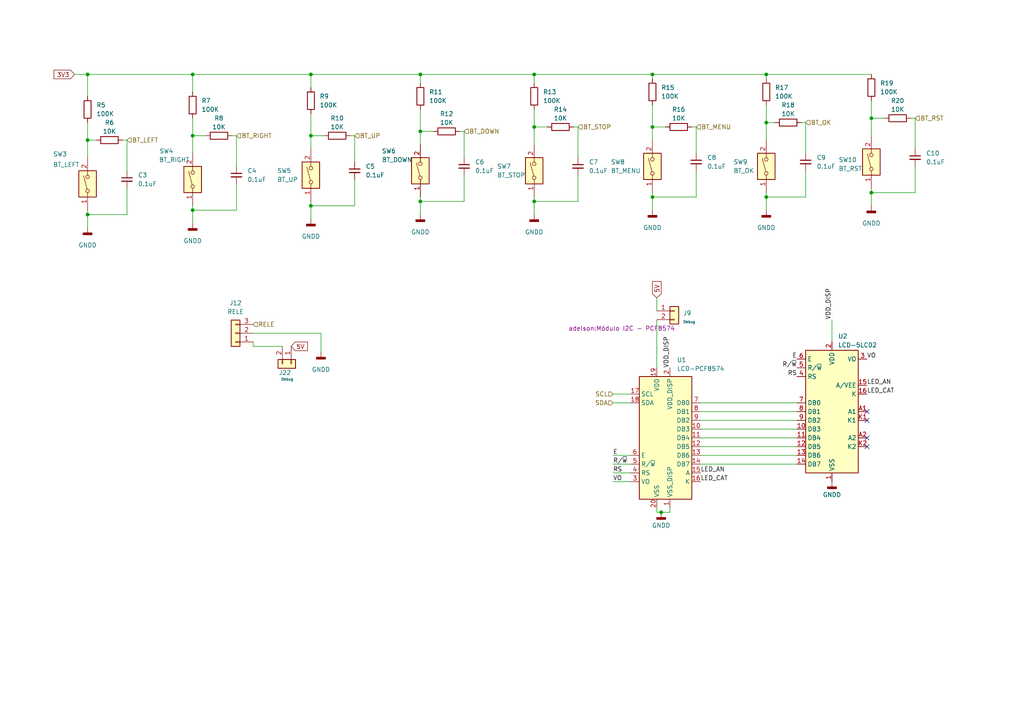
<source format=kicad_sch>
(kicad_sch (version 20211123) (generator eeschema)
  (paper "A4")
  (title_block (title "Sinalização/Interface com usuário") (date "2022-05-12") (rev "v1.0"))
  (lib_symbols
    (symbol "Connector_Generic:Conn_01x02" (pin_names (offset 1.016) hide)
      (property "Reference" "J" (at 0 2.54 0))
      (property "Value" "Conn_01x02" (at 0 -5.08 0))
      (symbol "Conn_01x02_1_1"
        (rectangle (start -1.27 -2.413) (end 0 -2.667) (stroke (width 0.1524)))
        (rectangle (start -1.27 0.127) (end 0 -0.127) (stroke (width 0.1524)))
        (rectangle (start -1.27 1.27) (end 1.27 -3.81) (stroke (width 0.254)) (fill (type background)))
        (pin passive line (at -5.08 0 0) (length 3.81) (name "Pin_1") (number "1"))
        (pin passive line (at -5.08 -2.54 0) (length 3.81) (name "Pin_2") (number "2"))
      )
    )
    (symbol "Connector_Generic:Conn_01x03" (pin_names (offset 1.016) hide)
      (property "Reference" "J" (at 0 5.08 0))
      (property "Value" "Conn_01x03" (at 0 -5.08 0))
      (symbol "Conn_01x03_1_1"
        (rectangle (start -1.27 -2.413) (end 0 -2.667) (stroke (width 0.1524)))
        (rectangle (start -1.27 0.127) (end 0 -0.127) (stroke (width 0.1524)))
        (rectangle (start -1.27 2.667) (end 0 2.413) (stroke (width 0.1524)))
        (rectangle (start -1.27 3.81) (end 1.27 -3.81) (stroke (width 0.254)) (fill (type background)))
        (pin passive line (at -5.08 2.54 0) (length 3.81) (name "Pin_1") (number "1"))
        (pin passive line (at -5.08 0 0) (length 3.81) (name "Pin_2") (number "2"))
        (pin passive line (at -5.08 -2.54 0) (length 3.81) (name "Pin_3") (number "3"))
      )
    )
    (symbol "Device:C_Small" (pin_numbers hide) (pin_names (offset 0.254) hide)
      (property "Reference" "C" (at 0.254 1.778 0))
      (property "Value" "C_Small" (at 0.254 -2.032 0))
      (symbol "C_Small_0_1"
        (polyline (pts (xy -1.524 -0.508) (xy 1.524 -0.508)) (stroke (width 0.3302)))
        (polyline (pts (xy -1.524 0.508) (xy 1.524 0.508)) (stroke (width 0.3048)))
      )
      (symbol "C_Small_1_1"
        (pin passive line (at 0 2.54 270) (length 2.032) (name "~") (number "1"))
        (pin passive line (at 0 -2.54 90) (length 2.032) (name "~") (number "2"))
      )
    )
    (symbol "Device:R" (pin_numbers hide) (pin_names (offset 0))
      (property "Reference" "R" (at 2.032 0 90))
      (property "Value" "R" (at 0 0 90))
      (symbol "R_0_1"
        (rectangle (start -1.016 -2.54) (end 1.016 2.54) (stroke (width 0.254)))
      )
      (symbol "R_1_1"
        (pin passive line (at 0 3.81 270) (length 1.27) (name "~") (number "1"))
        (pin passive line (at 0 -3.81 90) (length 1.27) (name "~") (number "2"))
      )
    )
    (symbol "Display_Character:LCD-016N002L"
      (property "Reference" "U" (at -6.35 18.796 0))
      (property "Value" "LCD-016N002L" (at 8.636 18.796 0))
      (symbol "LCD-016N002L_1_1"
        (rectangle (start -7.62 17.78) (end 7.62 -17.78) (stroke (width 0.254)) (fill (type background)))
        (pin power_in line (at 0 -20.32 90) (length 2.54) (name "VSS") (number "1"))
        (pin bidirectional line (at -10.16 -5.08 0) (length 2.54) (name "DB3") (number "10"))
        (pin bidirectional line (at -10.16 -7.62 0) (length 2.54) (name "DB4") (number "11"))
        (pin bidirectional line (at -10.16 -10.16 0) (length 2.54) (name "DB5") (number "12"))
        (pin bidirectional line (at -10.16 -12.7 0) (length 2.54) (name "DB6") (number "13"))
        (pin bidirectional line (at -10.16 -15.24 0) (length 2.54) (name "DB7") (number "14"))
        (pin power_in line (at 10.16 7.62 180) (length 2.54) (name "A/VEE") (number "15"))
        (pin power_in line (at 10.16 5.08 180) (length 2.54) (name "K") (number "16"))
        (pin power_in line (at 0 20.32 270) (length 2.54) (name "VDD") (number "2"))
        (pin input line (at 10.16 15.24 180) (length 2.54) (name "VO") (number "3"))
        (pin input line (at -10.16 10.16 0) (length 2.54) (name "RS") (number "4"))
        (pin input line (at -10.16 12.7 0) (length 2.54) (name "R/~{W}") (number "5"))
        (pin input line (at -10.16 15.24 0) (length 2.54) (name "E") (number "6"))
        (pin bidirectional line (at -10.16 2.54 0) (length 2.54) (name "DB0") (number "7"))
        (pin bidirectional line (at -10.16 0 0) (length 2.54) (name "DB1") (number "8"))
        (pin bidirectional line (at -10.16 -2.54 0) (length 2.54) (name "DB2") (number "9"))
        (pin power_in line (at 10.16 0 180) (length 2.54) (name "A1") (number "A1"))
        (pin power_in line (at 10.16 -7.62 180) (length 2.54) (name "A2") (number "A2"))
        (pin power_in line (at 10.16 -2.54 180) (length 2.54) (name "K1") (number "K1"))
        (pin power_in line (at 10.16 -10.16 180) (length 2.54) (name "K2") (number "K2"))
      )
    )
    (symbol "LCD-PCF8574_1"
      (property "Reference" "U" (at 7.62 21.59 0))
      (property "Value" "LCD-PCF8574_1" (at 13.97 19.05 0))
      (symbol "LCD-PCF8574_1_1_1"
        (rectangle (start -6.35 17.78) (end 8.89 -17.78) (stroke (width 0.254)) (fill (type background)))
        (pin power_in line (at 2.54 -20.32 90) (length 2.54) (name "VSS_DISP") (number "1"))
        (pin bidirectional line (at 11.43 2.54 180) (length 2.54) (name "DB3") (number "10"))
        (pin bidirectional line (at 11.43 0 180) (length 2.54) (name "DB4") (number "11"))
        (pin bidirectional line (at 11.43 -2.54 180) (length 2.54) (name "DB5") (number "12"))
        (pin bidirectional line (at 11.43 -5.08 180) (length 2.54) (name "DB6") (number "13"))
        (pin bidirectional line (at 11.43 -7.62 180) (length 2.54) (name "DB7") (number "14"))
        (pin power_in line (at 11.43 -10.16 180) (length 2.54) (name "A") (number "15"))
        (pin power_in line (at 11.43 -12.7 180) (length 2.54) (name "K") (number "16"))
        (pin input line (at -8.89 12.7 0) (length 2.54) (name "SCL") (number "17"))
        (pin bidirectional line (at -8.89 10.16 0) (length 2.54) (name "SDA") (number "18"))
        (pin power_in line (at -1.27 20.32 270) (length 2.54) (name "VDD") (number "19"))
        (pin power_in line (at 2.54 20.32 270) (length 2.54) (name "VDD_DISP") (number "2"))
        (pin power_in line (at -1.27 -20.32 90) (length 2.54) (name "VSS") (number "20"))
        (pin output line (at -8.89 -12.7 0) (length 2.54) (name "VO") (number "3"))
        (pin output line (at -8.89 -10.16 0) (length 2.54) (name "RS") (number "4"))
        (pin output line (at -8.89 -7.62 0) (length 2.54) (name "R/~{W}") (number "5"))
        (pin output line (at -8.89 -5.08 0) (length 2.54) (name "E") (number "6"))
        (pin bidirectional line (at 11.43 10.16 180) (length 2.54) (name "DB0") (number "7"))
        (pin bidirectional line (at 11.43 7.62 180) (length 2.54) (name "DB1") (number "8"))
        (pin bidirectional line (at 11.43 5.08 180) (length 2.54) (name "DB2") (number "9"))
      )
    )
    (symbol "Switch:SW_DIP_x01" (pin_names (offset 0) hide)
      (property "Reference" "SW" (at 0 3.81 0))
      (property "Value" "SW_DIP_x01" (at 0 -3.81 0))
      (symbol "SW_DIP_x01_0_0"
        (circle (center -2.032 0) (radius 0.508))
        (polyline (pts (xy -1.524 0.127) (xy 2.3622 1.1684)))
        (circle (center 2.032 0) (radius 0.508))
      )
      (symbol "SW_DIP_x01_0_1"
        (rectangle (start -3.81 2.54) (end 3.81 -2.54) (stroke (width 0.254)) (fill (type background)))
      )
      (symbol "SW_DIP_x01_1_1"
        (pin passive line (at -7.62 0 0) (length 5.08) (name "~") (number "1"))
        (pin passive line (at 7.62 0 180) (length 5.08) (name "~") (number "2"))
      )
    )
    (symbol "power:GNDD" (power) (pin_names (offset 0))
      (property "Value" "GNDD" (at 0 -3.175 0))
      (symbol "GNDD_0_1"
        (rectangle (start -1.27 -1.524) (end 1.27 -2.032) (stroke (width 0.254)) (fill (type outline)))
        (polyline (pts (xy 0 0) (xy 0 -1.524)))
      )
      (symbol "GNDD_1_1"
        (pin power_in line (at 0 0 270) (length 0) hide (name "GNDD") (number "1"))
      )
    )
  )
  (junction (at 90.17 39.37))
  (junction (at 154.94 21.59))
  (junction (at 121.92 38.1))
  (junction (at 90.17 21.59))
  (junction (at 189.23 36.83))
  (junction (at 191.77 148.59))
  (junction (at 55.88 21.59))
  (junction (at 222.25 57.15))
  (junction (at 121.92 58.42))
  (junction (at 252.73 55.88))
  (junction (at 90.17 59.69))
  (junction (at 154.94 36.83))
  (junction (at 252.73 34.29))
  (junction (at 189.23 21.59))
  (junction (at 222.25 35.56))
  (junction (at 121.92 21.59))
  (junction (at 55.88 39.37))
  (junction (at 25.4 40.64))
  (junction (at 189.23 57.15))
  (junction (at 55.88 60.96))
  (junction (at 154.94 58.42))
  (junction (at 25.4 21.59))
  (junction (at 222.25 21.59))
  (junction (at 25.4 62.23))
  (no_connect (at 251.46 121.92))
  (no_connect (at 251.46 119.38))
  (no_connect (at 251.46 129.54))
  (no_connect (at 251.46 127))
  (wire (pts (xy 190.5 148.59) (xy 190.5 147.32)))
  (wire (pts (xy 189.23 30.48) (xy 189.23 36.83)))
  (wire (pts (xy 222.25 21.59) (xy 252.73 21.59)))
  (wire (pts (xy 191.77 148.59) (xy 194.31 148.59)))
  (wire (pts (xy 167.64 50.8) (xy 167.64 58.42)))
  (wire (pts (xy 90.17 33.02) (xy 90.17 39.37)))
  (wire (pts (xy 203.2 132.08) (xy 231.14 132.08)))
  (wire (pts (xy 90.17 39.37) (xy 90.17 43.18)))
  (wire (pts (xy 203.2 119.38) (xy 231.14 119.38)))
  (wire (pts (xy 203.2 116.84) (xy 231.14 116.84)))
  (wire (pts (xy 190.5 106.68) (xy 190.5 92.71)))
  (wire (pts (xy 134.62 50.8) (xy 134.62 58.42)))
  (wire (pts (xy 203.2 127) (xy 231.14 127)))
  (wire (pts (xy 154.94 21.59) (xy 154.94 24.13)))
  (wire (pts (xy 25.4 62.23) (xy 36.83 62.23)))
  (wire (pts (xy 201.93 36.83) (xy 201.93 44.45)))
  (wire (pts (xy 121.92 58.42) (xy 134.62 58.42)))
  (wire (pts (xy 101.6 39.37) (xy 102.87 39.37)))
  (wire (pts (xy 55.88 59.69) (xy 55.88 60.96)))
  (wire (pts (xy 154.94 31.75) (xy 154.94 36.83)))
  (wire (pts (xy 189.23 55.88) (xy 189.23 57.15)))
  (wire (pts (xy 133.35 38.1) (xy 134.62 38.1)))
  (wire (pts (xy 189.23 57.15) (xy 189.23 60.96)))
  (wire (pts (xy 81.915 100.457) (xy 73.406 100.457)))
  (wire (pts (xy 55.88 60.96) (xy 55.88 64.77)))
  (wire (pts (xy 121.92 38.1) (xy 125.73 38.1)))
  (wire (pts (xy 252.73 55.88) (xy 252.73 59.69)))
  (wire (pts (xy 194.31 148.59) (xy 194.31 147.32)))
  (wire (pts (xy 90.17 21.59) (xy 121.92 21.59)))
  (wire (pts (xy 222.25 30.48) (xy 222.25 35.56)))
  (wire (pts (xy 35.56 40.64) (xy 36.83 40.64)))
  (wire (pts (xy 121.92 21.59) (xy 154.94 21.59)))
  (wire (pts (xy 25.4 40.64) (xy 25.4 45.72)))
  (wire (pts (xy 90.17 59.69) (xy 102.87 59.69)))
  (wire (pts (xy 55.88 21.59) (xy 55.88 26.67)))
  (wire (pts (xy 93.091 96.647) (xy 73.406 96.647)))
  (wire (pts (xy 90.17 59.69) (xy 90.17 63.5)))
  (wire (pts (xy 154.94 21.59) (xy 189.23 21.59)))
  (wire (pts (xy 177.8 114.3) (xy 182.88 114.3)))
  (wire (pts (xy 203.2 124.46) (xy 231.14 124.46)))
  (wire (pts (xy 25.4 60.96) (xy 25.4 62.23)))
  (wire (pts (xy 177.8 116.84) (xy 182.88 116.84)))
  (wire (pts (xy 190.5 86.36) (xy 190.5 90.17)))
  (wire (pts (xy 90.17 58.42) (xy 90.17 59.69)))
  (wire (pts (xy 154.94 36.83) (xy 158.75 36.83)))
  (wire (pts (xy 25.4 21.59) (xy 25.4 27.94)))
  (wire (pts (xy 252.73 34.29) (xy 256.54 34.29)))
  (wire (pts (xy 200.66 36.83) (xy 201.93 36.83)))
  (wire (pts (xy 222.25 57.15) (xy 222.25 60.96)))
  (wire (pts (xy 189.23 36.83) (xy 189.23 40.64)))
  (wire (pts (xy 102.87 39.37) (xy 102.87 46.99)))
  (wire (pts (xy 252.73 34.29) (xy 252.73 39.37)))
  (wire (pts (xy 67.31 39.37) (xy 68.58 39.37)))
  (wire (pts (xy 154.94 57.15) (xy 154.94 58.42)))
  (wire (pts (xy 55.88 21.59) (xy 90.17 21.59)))
  (wire (pts (xy 222.25 21.59) (xy 222.25 22.86)))
  (wire (pts (xy 55.88 60.96) (xy 68.58 60.96)))
  (wire (pts (xy 252.73 54.61) (xy 252.73 55.88)))
  (wire (pts (xy 203.2 121.92) (xy 231.14 121.92)))
  (wire (pts (xy 25.4 35.56) (xy 25.4 40.64)))
  (wire (pts (xy 233.68 49.53) (xy 233.68 57.15)))
  (wire (pts (xy 191.77 148.59) (xy 190.5 148.59)))
  (wire (pts (xy 21.59 21.59) (xy 25.4 21.59)))
  (wire (pts (xy 121.92 58.42) (xy 121.92 62.23)))
  (wire (pts (xy 121.92 57.15) (xy 121.92 58.42)))
  (wire (pts (xy 222.25 55.88) (xy 222.25 57.15)))
  (wire (pts (xy 233.68 35.56) (xy 233.68 44.45)))
  (wire (pts (xy 121.92 38.1) (xy 121.92 41.91)))
  (wire (pts (xy 189.23 36.83) (xy 193.04 36.83)))
  (wire (pts (xy 252.73 29.21) (xy 252.73 34.29)))
  (wire (pts (xy 167.64 36.83) (xy 167.64 45.72)))
  (wire (pts (xy 134.62 38.1) (xy 134.62 45.72)))
  (wire (pts (xy 177.8 139.7) (xy 182.88 139.7)))
  (wire (pts (xy 121.92 21.59) (xy 121.92 24.13)))
  (wire (pts (xy 55.88 34.29) (xy 55.88 39.37)))
  (wire (pts (xy 166.37 36.83) (xy 167.64 36.83)))
  (wire (pts (xy 90.17 21.59) (xy 90.17 25.4)))
  (wire (pts (xy 25.4 40.64) (xy 27.94 40.64)))
  (wire (pts (xy 241.3 92.71) (xy 241.3 99.06)))
  (wire (pts (xy 265.43 34.29) (xy 265.43 43.18)))
  (wire (pts (xy 90.17 39.37) (xy 93.98 39.37)))
  (wire (pts (xy 222.25 35.56) (xy 224.79 35.56)))
  (wire (pts (xy 68.58 39.37) (xy 68.58 48.26)))
  (wire (pts (xy 121.92 31.75) (xy 121.92 38.1)))
  (wire (pts (xy 25.4 62.23) (xy 25.4 66.04)))
  (wire (pts (xy 222.25 35.56) (xy 222.25 40.64)))
  (wire (pts (xy 36.83 54.61) (xy 36.83 62.23)))
  (wire (pts (xy 177.8 134.62) (xy 182.88 134.62)))
  (wire (pts (xy 154.94 58.42) (xy 167.64 58.42)))
  (wire (pts (xy 203.2 134.62) (xy 231.14 134.62)))
  (wire (pts (xy 93.091 102.108) (xy 93.091 96.647)))
  (wire (pts (xy 55.88 39.37) (xy 59.69 39.37)))
  (wire (pts (xy 265.43 48.26) (xy 265.43 55.88)))
  (wire (pts (xy 189.23 57.15) (xy 201.93 57.15)))
  (wire (pts (xy 189.23 21.59) (xy 222.25 21.59)))
  (wire (pts (xy 36.83 40.64) (xy 36.83 49.53)))
  (wire (pts (xy 222.25 57.15) (xy 233.68 57.15)))
  (wire (pts (xy 264.16 34.29) (xy 265.43 34.29)))
  (wire (pts (xy 203.2 129.54) (xy 231.14 129.54)))
  (wire (pts (xy 154.94 36.83) (xy 154.94 41.91)))
  (wire (pts (xy 177.8 132.08) (xy 182.88 132.08)))
  (wire (pts (xy 177.8 137.16) (xy 182.88 137.16)))
  (wire (pts (xy 68.58 53.34) (xy 68.58 60.96)))
  (wire (pts (xy 55.88 39.37) (xy 55.88 44.45)))
  (wire (pts (xy 189.23 21.59) (xy 189.23 22.86)))
  (wire (pts (xy 102.87 52.07) (xy 102.87 59.69)))
  (wire (pts (xy 232.41 35.56) (xy 233.68 35.56)))
  (wire (pts (xy 201.93 49.53) (xy 201.93 57.15)))
  (wire (pts (xy 252.73 55.88) (xy 265.43 55.88)))
  (wire (pts (xy 154.94 58.42) (xy 154.94 62.23)))
  (wire (pts (xy 73.406 100.457) (xy 73.406 99.187)))
  (wire (pts (xy 25.4 21.59) (xy 55.88 21.59)))
  (text "I2C/LCD PCF8574\nDimensões: \n42 x 20 x 15mm\nhttps://curtocircuito.com.br/modulo-serial-i2c-p-display-lcd-pcf8574.html" (at 223.52 -1.27 0) (effects (font (size 1.27 1.27)) (justify left bottom)))
  (label "LED_CAT" (at 251.46 114.3 0))
  (label "VDD_DISP" (at 241.3 92.71 90))
  (label "LED_AN" (at 251.46 111.76 0))
  (label "VO" (at 251.46 104.14 0))
  (label "E" (at 231.14 104.14 180))
  (label "R{slash}~{W}" (at 177.8 134.62 0))
  (label "LED_AN" (at 203.2 137.16 0))
  (label "RS" (at 231.14 109.22 180))
  (label "VO" (at 177.8 139.7 0))
  (label "R{slash}~{W}" (at 231.14 106.68 180))
  (label "RS" (at 177.8 137.16 0))
  (label "LED_CAT" (at 203.2 139.7 0))
  (label "E" (at 177.8 132.08 0))
  (label "VDD_DISP" (at 194.31 106.68 90))
  (global_label "5V" (shape input) (at 190.5 86.36 90) (property "Intersheet References" "${INTERSHEET_REFS}" (effects hide)))
  (global_label "5V" (shape input) (at 84.455 100.457 0) (property "Intersheet References" "${INTERSHEET_REFS}" (effects hide)))
  (global_label "3V3" (shape input) (at 21.59 21.59 180) (property "Intersheet References" "${INTERSHEET_REFS}" (effects hide)))
  (hierarchical_label "BT_OK" (shape input) (at 233.68 35.56 0))
  (hierarchical_label "BT_DOWN" (shape input) (at 134.62 38.1 0))
  (hierarchical_label "SCL" (shape input) (at 177.8 114.3 180))
  (hierarchical_label "RELE" (shape input) (at 73.406 94.107 0))
  (hierarchical_label "BT_MENU" (shape input) (at 201.93 36.83 0))
  (hierarchical_label "BT_STOP" (shape input) (at 167.64 36.83 0))
  (hierarchical_label "BT_LEFT" (shape input) (at 36.83 40.64 0))
  (hierarchical_label "SDA" (shape input) (at 177.8 116.84 180))
  (hierarchical_label "BT_RIGHT" (shape input) (at 68.58 39.37 0))
  (hierarchical_label "BT_RST" (shape input) (at 265.43 34.29 0))
  (hierarchical_label "BT_UP" (shape input) (at 102.87 39.37 0))
  (symbol (lib_id "power:GNDD") (at 90.17 63.5 0) (unit 1)
    (property "Reference" "#PWR0111" (effects hide))
    (property "Value" "GNDD" (at 90.17 68.58 0))
  )
  (symbol (lib_id "Device:C_Small") (at 201.93 46.99 0) (unit 1)
    (property "Reference" "C8" (at 205.105 45.7262 0) (effects (justify left)))
    (property "Value" "0.1uF" (at 205.105 48.2662 0) (effects (justify left)))
    (property "Footprint" "Resistor_SMD:R_0805_2012Metric_Pad1.20x1.40mm_HandSolder" (effects hide))
  )
  (symbol (lib_id "Device:R") (at 162.56 36.83 90) (unit 1)
    (property "Reference" "R14" (at 162.56 31.75 90))
    (property "Value" "10K" (at 162.56 34.29 90))
    (property "Footprint" "Resistor_SMD:R_0805_2012Metric_Pad1.20x1.40mm_HandSolder" (effects hide))
  )
  (symbol (lib_id "power:GNDD") (at 222.25 60.96 0) (unit 1)
    (property "Reference" "#PWR0115" (effects hide))
    (property "Value" "GNDD" (at 222.25 66.04 0))
  )
  (symbol (lib_id "power:GNDD") (at 55.88 64.77 0) (unit 1)
    (property "Reference" "#PWR0110" (effects hide))
    (property "Value" "GNDD" (at 55.88 69.85 0))
  )
  (symbol (lib_id "Device:R") (at 260.35 34.29 90) (unit 1)
    (property "Reference" "R20" (at 260.35 29.21 90))
    (property "Value" "10K" (at 260.35 31.75 90))
    (property "Footprint" "Resistor_SMD:R_0805_2012Metric_Pad1.20x1.40mm_HandSolder" (effects hide))
  )
  (symbol (lib_id "power:GNDD") (at 93.091 102.108 0) (unit 1)
    (property "Reference" "#PWR0121" (effects hide))
    (property "Value" "GNDD" (at 93.091 107.188 0))
  )
  (symbol (lib_id "Switch:SW_DIP_x01") (at 121.92 49.53 90) (unit 1)
    (property "Reference" "SW6" (at 110.744 43.815 90) (effects (justify right)))
    (property "Value" "BT_DOWN" (at 110.744 46.355 90) (effects (justify right)))
    (property "Footprint" "Connector_Molex:Molex_KK-254_AE-6410-02A_1x02_P2.54mm_Vertical" (effects hide))
  )
  (symbol (lib_id "Switch:SW_DIP_x01") (at 222.25 48.26 90) (unit 1)
    (property "Reference" "SW9" (at 212.725 46.99 90) (effects (justify right)))
    (property "Value" "BT_OK" (at 212.725 49.53 90) (effects (justify right)))
    (property "Footprint" "Connector_Molex:Molex_KK-254_AE-6410-02A_1x02_P2.54mm_Vertical" (effects hide))
  )
  (symbol (lib_id "Device:R") (at 121.92 27.94 0) (unit 1)
    (property "Reference" "R11" (at 124.46 26.6699 0) (effects (justify left)))
    (property "Value" "100K" (at 124.46 29.2099 0) (effects (justify left)))
    (property "Footprint" "Resistor_SMD:R_0805_2012Metric_Pad1.20x1.40mm_HandSolder" (effects hide))
  )
  (symbol (lib_id "Device:R") (at 228.6 35.56 90) (unit 1)
    (property "Reference" "R18" (at 228.6 30.48 90))
    (property "Value" "10K" (at 228.6 33.02 90))
    (property "Footprint" "Resistor_SMD:R_0805_2012Metric_Pad1.20x1.40mm_HandSolder" (effects hide))
  )
  (symbol (lib_id "Display_Character:LCD-016N002L") (at 241.3 119.38 0) (unit 1)
    (property "Reference" "U2" (at 243.078 97.536 0) (effects (justify left)))
    (property "Value" "LCD-5LC02" (at 243.078 100.076 0) (effects (justify left)))
    (property "Footprint" "Connector_PinHeader_2.54mm:PinHeader_1x16_P2.54mm_Vertical" (effects hide))
    (property "Datasheet" "http://www.vishay.com/docs/37299/37299.pdf" (effects hide))
  )
  (symbol (lib_id "power:GNDD") (at 189.23 60.96 0) (unit 1)
    (property "Reference" "#PWR0114" (effects hide))
    (property "Value" "GNDD" (at 189.23 66.04 0))
  )
  (symbol (lib_id "Device:R") (at 97.79 39.37 90) (unit 1)
    (property "Reference" "R10" (at 97.79 34.29 90))
    (property "Value" "10K" (at 97.79 36.83 90))
    (property "Footprint" "Resistor_SMD:R_0805_2012Metric_Pad1.20x1.40mm_HandSolder" (effects hide))
  )
  (symbol (lib_id "Switch:SW_DIP_x01") (at 25.4 53.34 90) (unit 1)
    (property "Reference" "SW3" (at 15.367 44.704 90) (effects (justify right)))
    (property "Value" "BT_LEFT" (at 15.367 47.752 90) (effects (justify right)))
    (property "Footprint" "Connector_Molex:Molex_KK-254_AE-6410-02A_1x02_P2.54mm_Vertical" (effects hide))
  )
  (symbol (lib_id "Switch:SW_DIP_x01") (at 189.23 48.26 90) (unit 1)
    (property "Reference" "SW8" (at 177.165 46.99 90) (effects (justify right)))
    (property "Value" "BT_MENU" (at 177.165 49.53 90) (effects (justify right)))
    (property "Footprint" "Connector_Molex:Molex_KK-254_AE-6410-02A_1x02_P2.54mm_Vertical" (effects hide))
  )
  (symbol (lib_id "Switch:SW_DIP_x01") (at 252.73 46.99 90) (unit 1)
    (property "Reference" "SW10" (at 243.205 46.355 90) (effects (justify right)))
    (property "Value" "BT_RST" (at 243.205 48.895 90) (effects (justify right)))
    (property "Footprint" "Connector_Molex:Molex_KK-254_AE-6410-02A_1x02_P2.54mm_Vertical" (effects hide))
  )
  (symbol (lib_id "Device:R") (at 154.94 27.94 0) (unit 1)
    (property "Reference" "R13" (at 157.48 26.6699 0) (effects (justify left)))
    (property "Value" "100K" (at 157.48 29.2099 0) (effects (justify left)))
    (property "Footprint" "Resistor_SMD:R_0805_2012Metric_Pad1.20x1.40mm_HandSolder" (effects hide))
  )
  (symbol (lib_id "Device:R") (at 189.23 26.67 0) (unit 1)
    (property "Reference" "R15" (at 191.77 25.3999 0) (effects (justify left)))
    (property "Value" "100K" (at 191.77 27.9399 0) (effects (justify left)))
    (property "Footprint" "Resistor_SMD:R_0805_2012Metric_Pad1.20x1.40mm_HandSolder" (effects hide))
  )
  (symbol (lib_id "Device:R") (at 25.4 31.75 0) (unit 1)
    (property "Reference" "R5" (at 27.94 30.4799 0) (effects (justify left)))
    (property "Value" "100K" (at 27.94 33.0199 0) (effects (justify left)))
    (property "Footprint" "Resistor_SMD:R_0805_2012Metric_Pad1.20x1.40mm_HandSolder" (effects hide))
  )
  (symbol (lib_id "Switch:SW_DIP_x01") (at 154.94 49.53 90) (unit 1)
    (property "Reference" "SW7" (at 144.145 48.26 90) (effects (justify right)))
    (property "Value" "BT_STOP" (at 144.145 50.8 90) (effects (justify right)))
    (property "Footprint" "Connector_Molex:Molex_KK-254_AE-6410-02A_1x02_P2.54mm_Vertical" (effects hide))
  )
  (symbol (lib_id "power:GNDD") (at 191.77 148.59 0) (unit 1)
    (property "Reference" "#PWR0108" (effects hide))
    (property "Value" "GNDD" (at 191.77 152.4 0))
  )
  (symbol (lib_id "Connector_Generic:Conn_01x02") (at 84.455 105.537 270) (unit 1)
    (property "Reference" "J22" (at 84.455 108.077 90) (effects (justify right)))
    (property "Value" "Debug" (at 85.09 109.982 90) (effects (font (size 0.75 0.75)) (justify right)))
    (property "Footprint" "Connector_PinHeader_2.54mm:PinHeader_1x02_P2.54mm_Vertical" (effects hide))
  )
  (symbol (lib_id "Device:C_Small") (at 102.87 49.53 0) (unit 1)
    (property "Reference" "C5" (at 106.045 48.2662 0) (effects (justify left)))
    (property "Value" "0.1uF" (at 106.045 50.8062 0) (effects (justify left)))
    (property "Footprint" "Resistor_SMD:R_0805_2012Metric_Pad1.20x1.40mm_HandSolder" (effects hide))
  )
  (symbol (lib_id "Device:C_Small") (at 265.43 45.72 0) (unit 1)
    (property "Reference" "C10" (at 268.605 44.4562 0) (effects (justify left)))
    (property "Value" "0.1uF" (at 268.605 46.9962 0) (effects (justify left)))
    (property "Footprint" "Resistor_SMD:R_0805_2012Metric_Pad1.20x1.40mm_HandSolder" (effects hide))
  )
  (symbol (lib_id "Device:C_Small") (at 167.64 48.26 0) (unit 1)
    (property "Reference" "C7" (at 170.815 46.9962 0) (effects (justify left)))
    (property "Value" "0.1uF" (at 170.815 49.5362 0) (effects (justify left)))
    (property "Footprint" "Resistor_SMD:R_0805_2012Metric_Pad1.20x1.40mm_HandSolder" (effects hide))
  )
  (symbol (lib_id "Device:C_Small") (at 233.68 46.99 0) (unit 1)
    (property "Reference" "C9" (at 236.855 45.7262 0) (effects (justify left)))
    (property "Value" "0.1uF" (at 236.855 48.2662 0) (effects (justify left)))
    (property "Footprint" "Resistor_SMD:R_0805_2012Metric_Pad1.20x1.40mm_HandSolder" (effects hide))
  )
  (symbol (lib_id "Device:R") (at 196.85 36.83 90) (unit 1)
    (property "Reference" "R16" (at 196.85 31.75 90))
    (property "Value" "10K" (at 196.85 34.29 90))
    (property "Footprint" "Resistor_SMD:R_0805_2012Metric_Pad1.20x1.40mm_HandSolder" (effects hide))
  )
  (symbol (lib_id "Device:C_Small") (at 68.58 50.8 0) (unit 1)
    (property "Reference" "C4" (at 71.755 49.5362 0) (effects (justify left)))
    (property "Value" "0.1uF" (at 71.755 52.0762 0) (effects (justify left)))
    (property "Footprint" "Resistor_SMD:R_0805_2012Metric_Pad1.20x1.40mm_HandSolder" (effects hide))
  )
  (symbol (lib_id "power:GNDD") (at 25.4 66.04 0) (unit 1)
    (property "Reference" "#PWR0109" (effects hide))
    (property "Value" "GNDD" (at 25.4 71.12 0))
  )
  (symbol (lib_id "power:GNDD") (at 241.3 139.7 0) (unit 1)
    (property "Reference" "#PWR0107" (effects hide))
    (property "Value" "GNDD" (at 241.3 143.51 0))
  )
  (symbol (lib_id "Device:R") (at 31.75 40.64 90) (unit 1)
    (property "Reference" "R6" (at 31.75 35.56 90))
    (property "Value" "10K" (at 31.75 38.1 90))
    (property "Footprint" "Resistor_SMD:R_0805_2012Metric_Pad1.20x1.40mm_HandSolder" (effects hide))
  )
  (symbol (lib_id "Connector_Generic:Conn_01x02") (at 195.58 90.17 0) (unit 1)
    (property "Reference" "J9" (at 198.12 90.8049 0) (effects (justify left)))
    (property "Value" "Debug" (at 198.12 93.3449 0) (effects (font (size 0.75 0.75)) (justify left)))
    (property "Footprint" "Connector_PinHeader_2.54mm:PinHeader_1x02_P2.54mm_Vertical" (effects hide))
  )
  (symbol (lib_id "Device:R") (at 63.5 39.37 90) (unit 1)
    (property "Reference" "R8" (at 63.5 34.29 90))
    (property "Value" "10K" (at 63.5 36.83 90))
    (property "Footprint" "Resistor_SMD:R_0805_2012Metric_Pad1.20x1.40mm_HandSolder" (effects hide))
  )
  (symbol (lib_id "Switch:SW_DIP_x01") (at 90.17 50.8 90) (unit 1)
    (property "Reference" "SW5" (at 80.391 49.53 90) (effects (justify right)))
    (property "Value" "BT_UP" (at 80.391 52.07 90) (effects (justify right)))
    (property "Footprint" "Connector_Molex:Molex_KK-254_AE-6410-02A_1x02_P2.54mm_Vertical" (effects hide))
  )
  (symbol (lib_id "power:GNDD") (at 154.94 62.23 0) (unit 1)
    (property "Reference" "#PWR0113" (effects hide))
    (property "Value" "GNDD" (at 154.94 67.31 0))
  )
  (symbol (lib_id "Device:R") (at 90.17 29.21 0) (unit 1)
    (property "Reference" "R9" (at 92.71 27.9399 0) (effects (justify left)))
    (property "Value" "100K" (at 92.71 30.4799 0) (effects (justify left)))
    (property "Footprint" "Resistor_SMD:R_0805_2012Metric_Pad1.20x1.40mm_HandSolder" (effects hide))
  )
  (symbol (lib_id "Device:R") (at 55.88 30.48 0) (unit 1)
    (property "Reference" "R7" (at 58.42 29.2099 0) (effects (justify left)))
    (property "Value" "100K" (at 58.42 31.7499 0) (effects (justify left)))
    (property "Footprint" "Resistor_SMD:R_0805_2012Metric_Pad1.20x1.40mm_HandSolder" (effects hide))
  )
  (symbol (lib_id "Device:R") (at 252.73 25.4 0) (unit 1)
    (property "Reference" "R19" (at 255.27 24.1299 0) (effects (justify left)))
    (property "Value" "100K" (at 255.27 26.6699 0) (effects (justify left)))
    (property "Footprint" "Resistor_SMD:R_0805_2012Metric_Pad1.20x1.40mm_HandSolder" (effects hide))
  )
  (symbol (lib_id "Device:C_Small") (at 36.83 52.07 0) (unit 1)
    (property "Reference" "C3" (at 40.005 50.8062 0) (effects (justify left)))
    (property "Value" "0.1uF" (at 40.005 53.3462 0) (effects (justify left)))
    (property "Footprint" "Resistor_SMD:R_0805_2012Metric_Pad1.20x1.40mm_HandSolder" (effects hide))
  )
  (symbol (lib_id "Device:R") (at 222.25 26.67 0) (unit 1)
    (property "Reference" "R17" (at 224.79 25.3999 0) (effects (justify left)))
    (property "Value" "100K" (at 224.79 27.9399 0) (effects (justify left)))
    (property "Footprint" "Resistor_SMD:R_0805_2012Metric_Pad1.20x1.40mm_HandSolder" (effects hide))
  )
  (symbol (lib_id "Switch:SW_DIP_x01") (at 55.88 52.07 90) (unit 1)
    (property "Reference" "SW4" (at 46.228 43.815 90) (effects (justify right)))
    (property "Value" "BT_RIGHT" (at 46.101 46.355 90) (effects (justify right)))
    (property "Footprint" "Connector_Molex:Molex_KK-254_AE-6410-02A_1x02_P2.54mm_Vertical" (effects hide))
  )
  (symbol (lib_id "Connector_Generic:Conn_01x03") (at 68.326 96.647 180) (unit 1)
    (property "Reference" "J12" (at 68.326 87.884 0))
    (property "Value" "RELE" (at 68.326 90.424 0))
    (property "Footprint" "Connector_PinHeader_2.54mm:PinHeader_1x03_P2.54mm_Vertical" (effects hide))
  )
  (symbol (lib_id "power:GNDD") (at 252.73 59.69 0) (unit 1)
    (property "Reference" "#PWR0116" (effects hide))
    (property "Value" "GNDD" (at 252.73 64.77 0))
  )
  (symbol (lib_id "Device:R") (at 129.54 38.1 90) (unit 1)
    (property "Reference" "R12" (at 129.54 33.02 90))
    (property "Value" "10K" (at 129.54 35.56 90))
    (property "Footprint" "Resistor_SMD:R_0805_2012Metric_Pad1.20x1.40mm_HandSolder" (effects hide))
  )
  (symbol (lib_id "Device:C_Small") (at 134.62 48.26 0) (unit 1)
    (property "Reference" "C6" (at 137.795 46.9962 0) (effects (justify left)))
    (property "Value" "0.1uF" (at 137.795 49.5362 0) (effects (justify left)))
    (property "Footprint" "Resistor_SMD:R_0805_2012Metric_Pad1.20x1.40mm_HandSolder" (effects hide))
  )
  (symbol (lib_name "LCD-PCF8574_1") (lib_id "adelson:LCD-PCF8574") (at 191.77 127 0) (unit 1)
    (property "Reference" "U1" (at 196.3294 104.394 0) (effects (justify left)))
    (property "Value" "LCD-PCF8574" (at 196.3294 106.934 0) (effects (justify left)))
    (property "Footprint" "adelson:Módulo I2C - PCF8574" (at 180.34 95.25 0))
  )
  (symbol (lib_id "power:GNDD") (at 121.92 62.23 0) (unit 1)
    (property "Reference" "#PWR0112" (effects hide))
    (property "Value" "GNDD" (at 121.92 67.31 0))
  )
)
</source>
